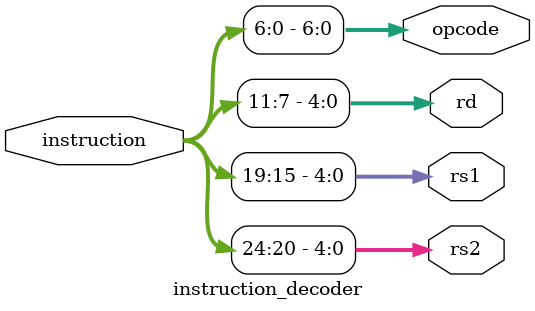
<source format=sv>
module instruction_decoder (
    input logic [31:0] instruction,

    output logic [4:0] rs2,
    output logic [4:0] rs1,
    output logic [4:0] rd,
    output logic [6:0] opcode
);

  assign rs2 = instruction[24:20];
  assign rs1 = instruction[19:15];
  assign rd = instruction[11:7];
  assign opcode = instruction[6:0];

endmodule

</source>
